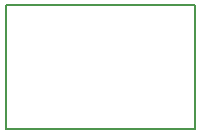
<source format=gko>
G04*
G04 #@! TF.GenerationSoftware,Altium Limited,Altium Designer,18.0.11 (651)*
G04*
G04 Layer_Color=16711935*
%FSLAX43Y43*%
%MOMM*%
G71*
G01*
G75*
%ADD26C,0.200*%
D26*
X16000Y0D02*
Y10500D01*
X0D02*
X16000D01*
X0Y0D02*
X16000D01*
X0D02*
Y10500D01*
M02*

</source>
